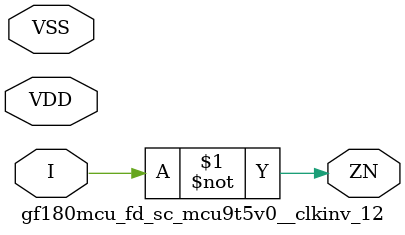
<source format=v>

module gf180mcu_fd_sc_mcu9t5v0__clkinv_12( I, ZN, VDD, VSS );
input I;
inout VDD, VSS;
output ZN;

	not MGM_BG_0( ZN, I );

endmodule

</source>
